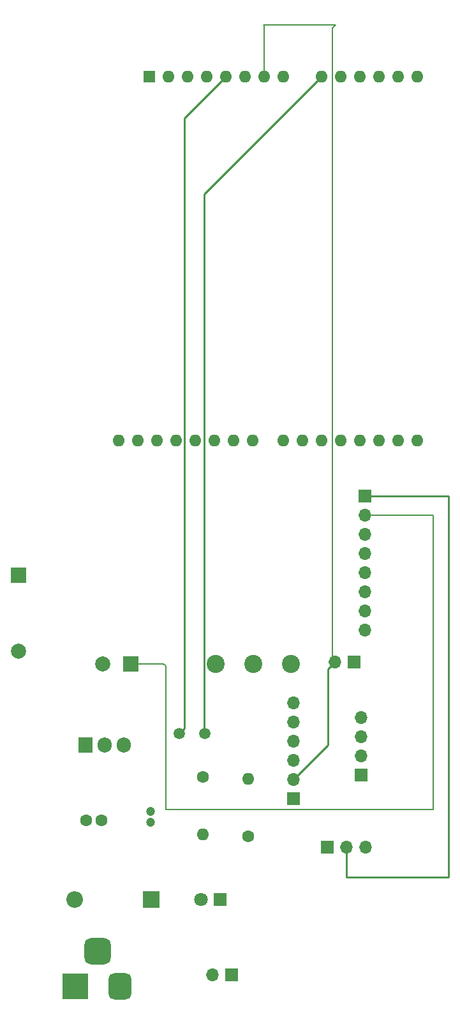
<source format=gbr>
%TF.GenerationSoftware,KiCad,Pcbnew,9.0.0*%
%TF.CreationDate,2025-04-01T10:30:40+05:30*%
%TF.ProjectId,Plant Monitoring System,506c616e-7420-44d6-9f6e-69746f72696e,rev?*%
%TF.SameCoordinates,Original*%
%TF.FileFunction,Copper,L1,Top*%
%TF.FilePolarity,Positive*%
%FSLAX46Y46*%
G04 Gerber Fmt 4.6, Leading zero omitted, Abs format (unit mm)*
G04 Created by KiCad (PCBNEW 9.0.0) date 2025-04-01 10:30:40*
%MOMM*%
%LPD*%
G01*
G04 APERTURE LIST*
G04 Aperture macros list*
%AMRoundRect*
0 Rectangle with rounded corners*
0 $1 Rounding radius*
0 $2 $3 $4 $5 $6 $7 $8 $9 X,Y pos of 4 corners*
0 Add a 4 corners polygon primitive as box body*
4,1,4,$2,$3,$4,$5,$6,$7,$8,$9,$2,$3,0*
0 Add four circle primitives for the rounded corners*
1,1,$1+$1,$2,$3*
1,1,$1+$1,$4,$5*
1,1,$1+$1,$6,$7*
1,1,$1+$1,$8,$9*
0 Add four rect primitives between the rounded corners*
20,1,$1+$1,$2,$3,$4,$5,0*
20,1,$1+$1,$4,$5,$6,$7,0*
20,1,$1+$1,$6,$7,$8,$9,0*
20,1,$1+$1,$8,$9,$2,$3,0*%
G04 Aperture macros list end*
%TA.AperFunction,ComponentPad*%
%ADD10C,1.600000*%
%TD*%
%TA.AperFunction,ComponentPad*%
%ADD11O,1.600000X1.600000*%
%TD*%
%TA.AperFunction,ComponentPad*%
%ADD12C,2.400000*%
%TD*%
%TA.AperFunction,ComponentPad*%
%ADD13R,2.000000X2.000000*%
%TD*%
%TA.AperFunction,ComponentPad*%
%ADD14C,2.000000*%
%TD*%
%TA.AperFunction,ComponentPad*%
%ADD15R,3.500000X3.500000*%
%TD*%
%TA.AperFunction,ComponentPad*%
%ADD16RoundRect,0.750000X0.750000X1.000000X-0.750000X1.000000X-0.750000X-1.000000X0.750000X-1.000000X0*%
%TD*%
%TA.AperFunction,ComponentPad*%
%ADD17RoundRect,0.875000X0.875000X0.875000X-0.875000X0.875000X-0.875000X-0.875000X0.875000X-0.875000X0*%
%TD*%
%TA.AperFunction,ComponentPad*%
%ADD18C,1.200000*%
%TD*%
%TA.AperFunction,ComponentPad*%
%ADD19R,1.600000X1.600000*%
%TD*%
%TA.AperFunction,ComponentPad*%
%ADD20R,1.800000X1.800000*%
%TD*%
%TA.AperFunction,ComponentPad*%
%ADD21C,1.800000*%
%TD*%
%TA.AperFunction,ComponentPad*%
%ADD22C,1.500000*%
%TD*%
%TA.AperFunction,ComponentPad*%
%ADD23R,1.700000X1.700000*%
%TD*%
%TA.AperFunction,ComponentPad*%
%ADD24O,1.700000X1.700000*%
%TD*%
%TA.AperFunction,ComponentPad*%
%ADD25R,1.905000X2.000000*%
%TD*%
%TA.AperFunction,ComponentPad*%
%ADD26O,1.905000X2.000000*%
%TD*%
%TA.AperFunction,ComponentPad*%
%ADD27R,2.200000X2.200000*%
%TD*%
%TA.AperFunction,ComponentPad*%
%ADD28O,2.200000X2.200000*%
%TD*%
%TA.AperFunction,Conductor*%
%ADD29C,0.250000*%
%TD*%
%TA.AperFunction,Conductor*%
%ADD30C,0.200000*%
%TD*%
G04 APERTURE END LIST*
D10*
%TO.P,R2,1*%
%TO.N,/LDR_Out*%
X132960000Y-135190000D03*
D11*
%TO.P,R2,2*%
%TO.N,GND*%
X132960000Y-142810000D03*
%TD*%
D12*
%TO.P,K1,11*%
%TO.N,/PUMP_PWR*%
X139602500Y-120200000D03*
%TO.P,K1,12*%
%TO.N,unconnected-(K1-Pad12)*%
X134602500Y-120200000D03*
%TO.P,K1,14*%
%TO.N,/PUMP_PWR*%
X144602500Y-120200000D03*
D13*
%TO.P,K1,A1*%
%TO.N,/RELAY_CTRL*%
X123352500Y-120200000D03*
D14*
%TO.P,K1,A2*%
%TO.N,GND*%
X119602500Y-120200000D03*
%TD*%
D15*
%TO.P,J2,1*%
%TO.N,+12V*%
X115960000Y-163000000D03*
D16*
%TO.P,J2,2*%
%TO.N,GND*%
X121960000Y-163000000D03*
D17*
%TO.P,J2,3*%
%TO.N,N/C*%
X118960000Y-158300000D03*
%TD*%
D18*
%TO.P,C2,1*%
%TO.N,+5V*%
X125960000Y-139750000D03*
%TO.P,C2,2*%
%TO.N,GND*%
X125960000Y-141250000D03*
%TD*%
D10*
%TO.P,R3,1*%
%TO.N,/LED_OUT*%
X138960000Y-143120000D03*
D11*
%TO.P,R3,2*%
%TO.N,+5V*%
X138960000Y-135500000D03*
%TD*%
D19*
%TO.P,A1,1,NC*%
%TO.N,unconnected-(A1-NC-Pad1)*%
X125785000Y-42370000D03*
D11*
%TO.P,A1,2,IOREF*%
%TO.N,unconnected-(A1-IOREF-Pad2)*%
X128325000Y-42370000D03*
%TO.P,A1,3,~{RESET}*%
%TO.N,unconnected-(A1-~{RESET}-Pad3)*%
X130865000Y-42370000D03*
%TO.P,A1,4,3V3*%
%TO.N,unconnected-(A1-3V3-Pad4)*%
X133405000Y-42370000D03*
%TO.P,A1,5,+5V*%
%TO.N,+5V*%
X135945000Y-42370000D03*
%TO.P,A1,6,GND*%
%TO.N,unconnected-(A1-GND-Pad6)*%
X138485000Y-42370000D03*
%TO.P,A1,7,GND*%
%TO.N,GND*%
X141025000Y-42370000D03*
%TO.P,A1,8,VIN*%
%TO.N,unconnected-(A1-VIN-Pad8)*%
X143565000Y-42370000D03*
%TO.P,A1,9,A0*%
%TO.N,/LDR_Out*%
X148645000Y-42370000D03*
%TO.P,A1,10,A1*%
%TO.N,+5V*%
X151185000Y-42370000D03*
%TO.P,A1,11,A2*%
%TO.N,unconnected-(A1-A2-Pad11)*%
X153725000Y-42370000D03*
%TO.P,A1,12,A3*%
%TO.N,unconnected-(A1-A3-Pad12)*%
X156265000Y-42370000D03*
%TO.P,A1,13,SDA/A4*%
%TO.N,/SDA*%
X158805000Y-42370000D03*
%TO.P,A1,14,SCL/A5*%
%TO.N,/SCL*%
X161345000Y-42370000D03*
%TO.P,A1,15,D0/RX*%
%TO.N,unconnected-(A1-D0{slash}RX-Pad15)*%
X161345000Y-90630000D03*
%TO.P,A1,16,D1/TX*%
%TO.N,unconnected-(A1-D1{slash}TX-Pad16)*%
X158805000Y-90630000D03*
%TO.P,A1,17,D2*%
%TO.N,unconnected-(A1-D2-Pad17)*%
X156265000Y-90630000D03*
%TO.P,A1,18,D3*%
%TO.N,unconnected-(A1-D3-Pad18)*%
X153725000Y-90630000D03*
%TO.P,A1,19,D4*%
%TO.N,unconnected-(A1-D4-Pad19)*%
X151185000Y-90630000D03*
%TO.P,A1,20,D5*%
%TO.N,unconnected-(A1-D5-Pad20)*%
X148645000Y-90630000D03*
%TO.P,A1,21,D6*%
%TO.N,unconnected-(A1-D6-Pad21)*%
X146105000Y-90630000D03*
%TO.P,A1,22,D7*%
%TO.N,/DHT11_Out*%
X143565000Y-90630000D03*
%TO.P,A1,23,D8*%
%TO.N,/RELAY_CTRL*%
X139505000Y-90630000D03*
%TO.P,A1,24,D9*%
%TO.N,/BUZZER_CTRL*%
X136965000Y-90630000D03*
%TO.P,A1,25,D10*%
%TO.N,unconnected-(A1-D10-Pad25)*%
X134425000Y-90630000D03*
%TO.P,A1,26,D11*%
%TO.N,unconnected-(A1-D11-Pad26)*%
X131885000Y-90630000D03*
%TO.P,A1,27,D12*%
%TO.N,unconnected-(A1-D12-Pad27)*%
X129345000Y-90630000D03*
%TO.P,A1,28,D13*%
%TO.N,unconnected-(A1-D13-Pad28)*%
X126805000Y-90630000D03*
%TO.P,A1,29,GND*%
%TO.N,unconnected-(A1-GND-Pad29)*%
X124265000Y-90630000D03*
%TO.P,A1,30,AREF*%
%TO.N,unconnected-(A1-AREF-Pad30)*%
X121725000Y-90630000D03*
%TD*%
D20*
%TO.P,D2,1,K*%
%TO.N,/LED_OUT*%
X135230000Y-151500000D03*
D21*
%TO.P,D2,2,A*%
%TO.N,GND*%
X132690000Y-151500000D03*
%TD*%
D10*
%TO.P,C1,1*%
%TO.N,+12V*%
X117460000Y-141000000D03*
%TO.P,C1,2*%
%TO.N,GND*%
X119460000Y-141000000D03*
%TD*%
D22*
%TO.P,R1,1*%
%TO.N,+5V*%
X129760000Y-129500000D03*
%TO.P,R1,2*%
%TO.N,/LDR_Out*%
X133160000Y-129500000D03*
%TD*%
D23*
%TO.P,J3,1,Pin_1*%
%TO.N,+5V*%
X153960000Y-135000000D03*
D24*
%TO.P,J3,2,Pin_2*%
%TO.N,GND*%
X153960000Y-132460000D03*
%TO.P,J3,3,Pin_3*%
%TO.N,/SDA*%
X153960000Y-129920000D03*
%TO.P,J3,4,Pin_4*%
%TO.N,/SCL*%
X153960000Y-127380000D03*
%TD*%
D23*
%TO.P,J6,1,Pin_1*%
%TO.N,+5V*%
X144960000Y-138080000D03*
D24*
%TO.P,J6,2,Pin_2*%
%TO.N,GND*%
X144960000Y-135540000D03*
%TO.P,J6,3,Pin_3*%
%TO.N,/LDR_Out*%
X144960000Y-133000000D03*
%TO.P,J6,4,Pin_4*%
%TO.N,/SDA*%
X144960000Y-130460000D03*
%TO.P,J6,5,Pin_5*%
%TO.N,/SCL*%
X144960000Y-127920000D03*
%TO.P,J6,6,Pin_6*%
%TO.N,unconnected-(J6-Pin_6-Pad6)*%
X144960000Y-125380000D03*
%TD*%
D23*
%TO.P,J1,1,Pin_1*%
%TO.N,+5V*%
X149420000Y-144500000D03*
D24*
%TO.P,J1,2,Pin_2*%
%TO.N,/DHT11_Out*%
X151960000Y-144500000D03*
%TO.P,J1,3,Pin_3*%
%TO.N,GND*%
X154500000Y-144500000D03*
%TD*%
D25*
%TO.P,U1,1,IN*%
%TO.N,+12V*%
X117380000Y-131000000D03*
D26*
%TO.P,U1,2,GND*%
%TO.N,GND*%
X119920000Y-131000000D03*
%TO.P,U1,3,OUT*%
%TO.N,+5V*%
X122460000Y-131000000D03*
%TD*%
D23*
%TO.P,J4,1,Pin_1*%
%TO.N,/PUMP_PWR*%
X152960000Y-120000000D03*
D24*
%TO.P,J4,2,Pin_2*%
%TO.N,GND*%
X150420000Y-120000000D03*
%TD*%
D23*
%TO.P,J7,1,Pin_1*%
%TO.N,/DHT11_Out*%
X154460000Y-97960000D03*
D24*
%TO.P,J7,2,Pin_2*%
%TO.N,/RELAY_CTRL*%
X154460000Y-100500000D03*
%TO.P,J7,3,Pin_3*%
%TO.N,unconnected-(J7-Pin_3-Pad3)*%
X154460000Y-103040000D03*
%TO.P,J7,4,Pin_4*%
%TO.N,unconnected-(J7-Pin_4-Pad4)*%
X154460000Y-105580000D03*
%TO.P,J7,5,Pin_5*%
%TO.N,unconnected-(J7-Pin_5-Pad5)*%
X154460000Y-108120000D03*
%TO.P,J7,6,Pin_6*%
%TO.N,unconnected-(J7-Pin_6-Pad6)*%
X154460000Y-110660000D03*
%TO.P,J7,7,Pin_7*%
%TO.N,unconnected-(J7-Pin_7-Pad7)*%
X154460000Y-113200000D03*
%TO.P,J7,8,Pin_8*%
%TO.N,unconnected-(J7-Pin_8-Pad8)*%
X154460000Y-115740000D03*
%TD*%
D13*
%TO.P,BZ1,1,+*%
%TO.N,/BUZZER_CTRL*%
X108460000Y-108500000D03*
D14*
%TO.P,BZ1,2,-*%
%TO.N,GND*%
X108460000Y-118500000D03*
%TD*%
D23*
%TO.P,J5,1,Pin_1*%
%TO.N,+5V*%
X136775000Y-161500000D03*
D24*
%TO.P,J5,2,Pin_2*%
%TO.N,GND*%
X134235000Y-161500000D03*
%TD*%
D27*
%TO.P,D1,1,K*%
%TO.N,GND*%
X126040000Y-151500000D03*
D28*
%TO.P,D1,2,A*%
%TO.N,+12V*%
X115880000Y-151500000D03*
%TD*%
D29*
%TO.N,/LDR_Out*%
X133076500Y-129416500D02*
X133160000Y-129500000D01*
X148645000Y-42370000D02*
X133076500Y-57938500D01*
X133076500Y-57938500D02*
X133076500Y-129416500D01*
D30*
%TO.N,/RELAY_CTRL*%
X163500000Y-100500000D02*
X154460000Y-100500000D01*
X128000000Y-139500000D02*
X163500000Y-139500000D01*
X127700000Y-120200000D02*
X128000000Y-120500000D01*
X123352500Y-120200000D02*
X127700000Y-120200000D01*
X128000000Y-120500000D02*
X128000000Y-139500000D01*
X163500000Y-139500000D02*
X163500000Y-100500000D01*
D29*
%TO.N,+5V*%
X129760000Y-129500000D02*
X130510000Y-128750000D01*
X130510000Y-47805000D02*
X135945000Y-42370000D01*
X130510000Y-128750000D02*
X130510000Y-47805000D01*
%TO.N,/DHT11_Out*%
X152000000Y-148500000D02*
X151960000Y-148460000D01*
X165500000Y-148500000D02*
X152000000Y-148500000D01*
X154460000Y-97960000D02*
X165460000Y-97960000D01*
X165500000Y-98000000D02*
X165500000Y-148500000D01*
X165460000Y-97960000D02*
X165500000Y-98000000D01*
X151960000Y-148460000D02*
X151960000Y-144500000D01*
D30*
%TO.N,GND*%
X150500000Y-35500000D02*
X150084000Y-35916000D01*
X150084000Y-119664000D02*
X150420000Y-120000000D01*
X141025000Y-42370000D02*
X141025000Y-35525000D01*
D29*
X144960000Y-135540000D02*
X149500000Y-131000000D01*
D30*
X141000000Y-35500000D02*
X150500000Y-35500000D01*
X150084000Y-35916000D02*
X150084000Y-119664000D01*
X141025000Y-35525000D02*
X141000000Y-35500000D01*
D29*
X149500000Y-120920000D02*
X150420000Y-120000000D01*
X149500000Y-131000000D02*
X149500000Y-120920000D01*
%TD*%
M02*

</source>
